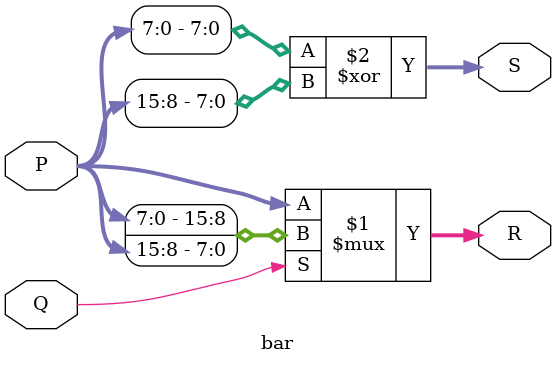
<source format=v>
module bar(
  P,
  Q,
  R,
  S
);
  input  [15:0] P;
  input         Q;
  output [15:0] R;
  output [7:0]  S;

  // テスト用の簡単な出力計算
  assign R = Q ? {P[7:0], P[15:8]} : P;
  assign S = P[7:0] ^ P[15:8];
endmodule

</source>
